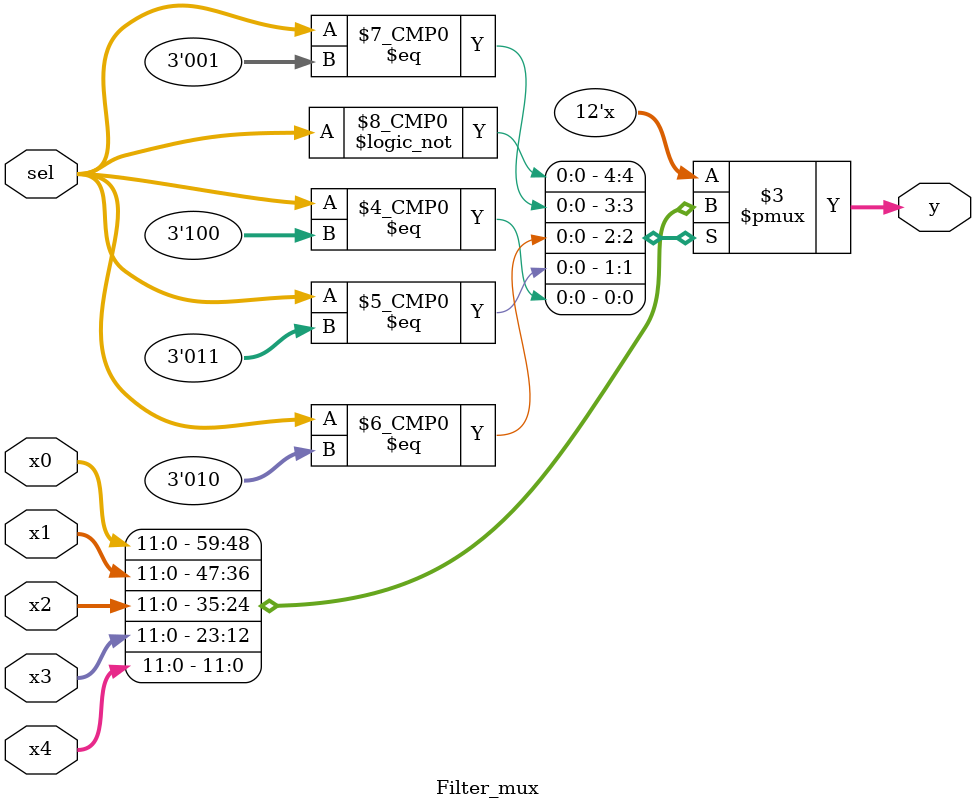
<source format=sv>
`timescale 1ns / 1ps


module vga_image (
    input  logic       clk,
    input  logic       reset,
    input  logic [4:0] c_sw,
    input  logic [2:0] rgb_sw,
    output logic       Hsync,
    output logic       Vsync,
    output logic [3:0] vgaRed,
    output logic [3:0] vgaGreen,
    output logic [3:0] vgaBlue
);

    logic [9:0] x_coor;
    logic [8:0] y_coor;
    logic       display_en;
    logic       pixel_clk;

    logic [15:0] RGB565_data;
    logic [11:0] G_RGB444_data;
    logic [11:0] C_RGB444_data;
    logic [11:0] O_RGB444_data;
    logic [11:0] RED_RGB444_data;
    logic [11:0] GREEN_RGB444_data;
    logic [11:0] BLUE_RGB444_data;

    always_comb begin
        {vgaRed, vgaGreen, vgaBlue} = O_RGB444_data;
    end


    vga_Controller U_VGA_CONTROLLER (.*);

    image_processing U_IMAGE_PROCESS (
        .*,
        .clk(pixel_clk),
        .image_data(RGB565_data),
        .vgaRed(C_RGB444_data[11:8]),
        .vgaGreen(C_RGB444_data[7:4]),
        .vgaBlue(C_RGB444_data[3:0])
    );

    GrayScale_Filter U_GS_F (
        .data(RGB565_data),
        .RGBdata(G_RGB444_data)
    );

    RGBScale_Filter U_RGB_F (
        .i_data(RGB565_data),
        .ro_data(RED_RGB444_data),
        .go_data(GREEN_RGB444_data),
        .bo_data(BLUE_RGB444_data)
    );

    Filter_mux U_F_mux (
        .sel(rgb_sw),
        .x0(C_RGB444_data),
        .x1(G_RGB444_data),
        .x2(RED_RGB444_data),
        .x3(GREEN_RGB444_data),
        .x4(BLUE_RGB444_data),
        .y(O_RGB444_data)
    );


endmodule

module Filter_mux (
    input logic [2:0] sel,
    input logic [11:0] x0,
    input logic [11:0] x1,
    input logic [11:0] x2,
    input logic [11:0] x3,
    input logic [11:0] x4,
    output logic [11:0] y
);
    
    always_comb begin
        case (sel)
            3'd0: y = x0;
            3'd1: y = x1;
            3'd2: y = x2;
            3'd3: y = x3;
            3'd4: y = x4;
        endcase
    end
endmodule

</source>
